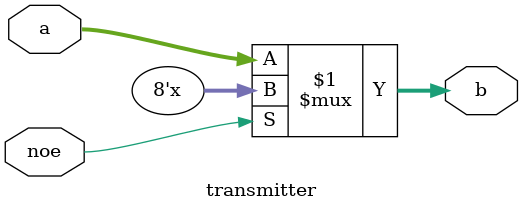
<source format=v>
module transmitter(
  input wire[7:0] a,
  output wire[7:0] b,
  input wire noe
);

assign b = noe ? 8'bzzzz_zzzz : a;

endmodule
</source>
